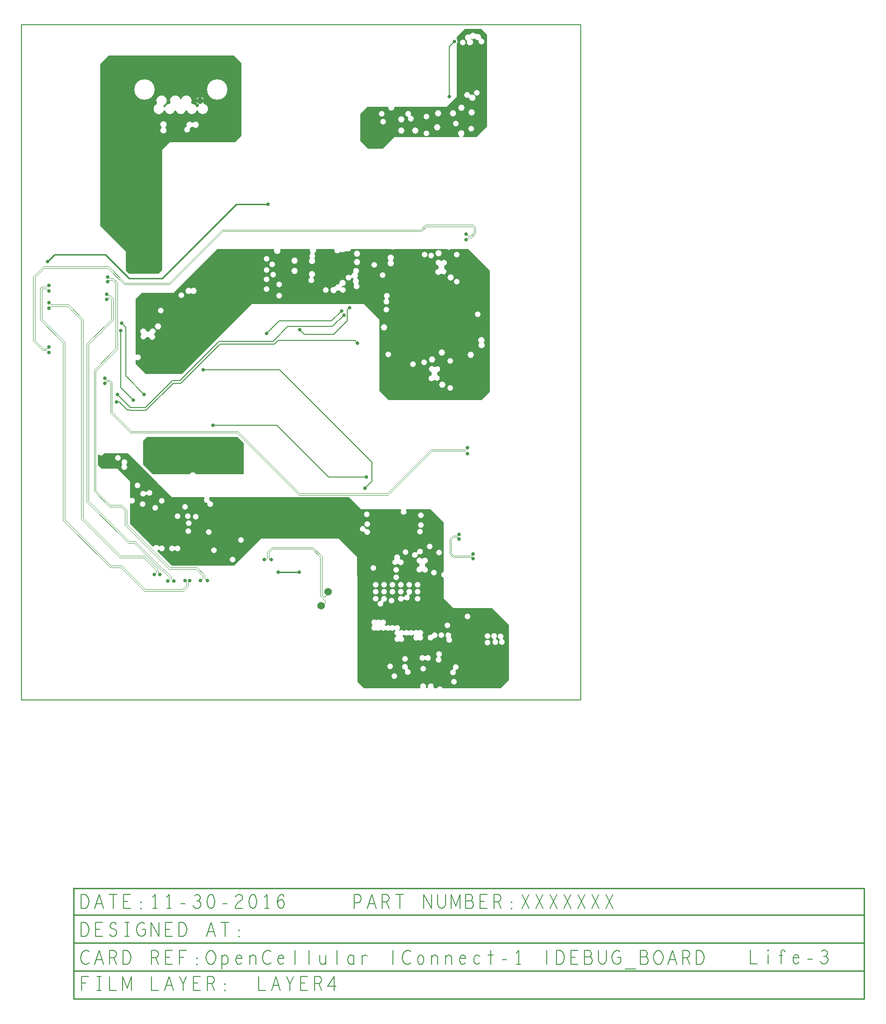
<source format=gbr>
G04 ================== begin FILE IDENTIFICATION RECORD ==================*
G04 Layout Name:  D:/shamshu/Dburg/final/OC_Connect-1_DEBUG_Life-3_final.brd*
G04 Film Name:    L4S.gbr*
G04 File Format:  Gerber RS274X*
G04 File Origin:  Cadence Allegro 16.6-2015-S060*
G04 Origin Date:  Thu Dec 01 02:08:26 2016*
G04 *
G04 Layer:  VIA CLASS/L4_SIG2*
G04 Layer:  PIN/L4_SIG2*
G04 Layer:  ETCH/L4_SIG2*
G04 Layer:  DRAWING FORMAT/L4*
G04 Layer:  DRAWING FORMAT/FILM_LABEL_OUTLINE*
G04 Layer:  BOARD GEOMETRY/OUTLINE*
G04 *
G04 Offset:    (0.000 0.000)*
G04 Mirror:    No*
G04 Mode:      Positive*
G04 Rotation:  0*
G04 FullContactRelief:  No*
G04 UndefLineWidth:     6.000*
G04 ================== end FILE IDENTIFICATION RECORD ====================*
%FSLAX25Y25*MOIN*%
%IR0*IPPOS*OFA0.00000B0.00000*MIA0B0*SFA1.00000B1.00000*%
%ADD10C,.026*%
%ADD12C,.054*%
%ADD11C,.047244*%
%ADD13C,.0044*%
%ADD14C,.0056*%
%ADD15C,.00395*%
%ADD16C,.01*%
%ADD17C,.02*%
%ADD18C,.006*%
%ADD21C,.146114*%
%ADD19C,.042004*%
%ADD20C,.046004*%
G75*
%LPD*%
G75*
G36*
G01X97942Y107322D02*
G02X98572Y107242I284J-281D01*
G03X98894Y109778I1815J1058D01*
G02X98264Y109858I-284J281D01*
G03X94553Y109702I-1815J-1058D01*
G02X93909Y109591I-361J172D01*
G01X77500Y126000D01*
Y140255D01*
G02X78076Y140614I400J0D01*
G03Y144386I924J1886D01*
G02X77500Y144745I-176J359D01*
G01Y156500D01*
X68500Y165500D01*
X57000D01*
X54500Y168000D01*
Y175000D01*
X54843Y175343D01*
G02X55406Y175345I283J-283D01*
G03X58916Y176347I1470J1500D01*
G01X58954Y176500D01*
X76000D01*
X97447Y155053D01*
X97460Y154999D01*
G03X98999Y153460I2039J501D01*
G01X99053Y153447D01*
X107600Y144900D01*
X130500D01*
G02X130820Y144260I0J-400D01*
G03X132542Y140900I1680J-1260D01*
G02X132942Y140420I8J-400D01*
G03X134958Y142100I2058J-420D01*
G02X134558Y142580I-8J400D01*
G03X134180Y144260I-2058J420D01*
G02X134500Y144900I320J240D01*
G01X234118D01*
X242618Y136400D01*
X271259D01*
G02X271577Y135758I0J-400D01*
G03X274917I1670J-1273D01*
G02X275235Y136400I318J243D01*
G01X292418D01*
X301918Y126900D01*
Y91510D01*
G03Y87353I300J-2079D01*
G01Y72600D01*
X308818Y65700D01*
X336718D01*
X348718Y53700D01*
Y14400D01*
X342818Y8500D01*
X301137D01*
G03X297299I-1919J-853D01*
G01X295038D01*
G02X294667Y9049I0J400D01*
G03X290769I-1949J782D01*
G02X290398Y8500I-371J-149D01*
G01X289538D01*
G02X289167Y9049I0J400D01*
G03X285269I-1949J782D01*
G02X284898Y8500I-371J-149D01*
G01X244718D01*
X240318Y12900D01*
Y88100D01*
X239809Y88609D01*
Y102291D01*
X226700Y115400D01*
X171400D01*
X152000Y96000D01*
X107500D01*
X97241Y106259D01*
G02X97352Y106903I283J283D01*
G03X97942Y107322I-902J1897D01*
G37*
G36*
G01X262660Y214500D02*
X256015Y221146D01*
Y271985D01*
X245000Y283000D01*
X164500D01*
X114500Y233000D01*
X89000D01*
X81500Y240500D01*
Y242776D01*
G02X82111Y243115I400J0D01*
G03Y246685I1107J1785D01*
G02X81500Y247024I-211J340D01*
G01Y286500D01*
X86000Y291000D01*
X108500D01*
X140000Y322500D01*
X180410D01*
G02X180782Y321952I0J-400D01*
G03X185055I2137J-852D01*
G02X185426Y322500I372J148D01*
G01X205839D01*
G02X206221Y321982I0J-400D01*
G03X206805Y319661I2197J-682D01*
G02X206747Y319043I-281J-285D01*
G03X206232Y316048I1171J-1743D01*
G02X206186Y315519I-321J-238D01*
G03X209489Y315376I1582J-1669D01*
G02Y315906I299J265D01*
G03X209482Y318702I-1571J1394D01*
G02X209578Y319314I298J267D01*
G03X210615Y321982I-1160J1986D01*
G02X210997Y322500I382J118D01*
G01X214789D01*
G03X214847I29J2300D01*
G01X222477D01*
G03X223510Y322202I1136J2000D01*
G02X223880Y321706I-18J-400D01*
G03X227763Y320196I2038J-506D01*
G02X228367Y320316I351J-191D01*
G03X231700Y320778I1451J1784D01*
G02X232249Y320882I327J-230D01*
G03X235772Y322340I1269J1918D01*
G01X235805Y322500D01*
X264048D01*
G03X267352I1653J1600D01*
G01X303974D01*
G03X307462I1744J1500D01*
G01X319500D01*
X335000Y307000D01*
Y220500D01*
X329000Y214500D01*
X262660D01*
G37*
G36*
G01X76650Y304850D02*
X74500Y307000D01*
Y320850D01*
X56350Y339000D01*
Y454840D01*
X62168Y460659D01*
X152033D01*
X157250Y455441D01*
Y403020D01*
X152771Y398541D01*
X119385D01*
G03X117451I-967J-1864D01*
G01X105979D01*
X100650Y393212D01*
Y307350D01*
X98150Y304850D01*
X76650D01*
G37*
G36*
G01X94000Y161500D02*
X87000Y168500D01*
Y185500D01*
X89500Y188000D01*
X154500D01*
X159000Y183500D01*
Y162000D01*
X158500Y161500D01*
X124571D01*
G03X120428I-2071J-1000D01*
G01X94000D01*
G37*
G36*
G01X248100Y394100D02*
X242400Y399800D01*
Y418900D01*
X247700Y424200D01*
X261816D01*
G02X262214Y423756I0J-400D01*
G03X266786I2286J-256D01*
G02X267184Y424200I398J44D01*
G01X304200D01*
X311300Y431300D01*
Y468948D01*
G03Y472252I-1600J1652D01*
G01Y474200D01*
X316777Y479677D01*
X328923D01*
X332800Y475800D01*
Y409900D01*
X325300Y402400D01*
X316066D01*
G02X315834Y403126I0J400D01*
G03X313166I-1334J1874D01*
G02X312934Y402400I-232J-326D01*
G01X266600D01*
X258300Y394100D01*
X248100D01*
G37*
%LPC*%
G75*
G36*
G01X75000Y168530D02*
G03Y167970I286J-280D01*
G02X72000I-1500J-1470D01*
G03Y168530I-286J280D01*
G02X75000I1500J1470D01*
G37*
G36*
G01X246107Y122446D02*
G03X246624Y122105I398J41D01*
G02X245160Y119886I625J-2005D01*
G03X244643Y120227I-398J-41D01*
G02X246107Y122446I-625J2005D01*
G37*
G36*
G01X109951Y107022D02*
G03X109316I-317J-243D01*
G02Y109578I-1667J1277D01*
G03X109951I317J243D01*
G02Y107022I1667J-1278D01*
G37*
G36*
G01X270526Y101122D02*
G03X270942Y100558I363J-167D01*
G02X269489Y97284I276J-2082D01*
G03X268833Y97288I-329J-227D01*
G02X266497Y100506I-1715J1212D01*
G03X266737Y101066I-118J382D01*
G02X270526Y101122I1881J934D01*
G37*
G36*
G01X288869Y97529D02*
G03X288549Y97033I67J-394D01*
G02X288471Y95726I-2031J-533D01*
G03X288791Y95182I372J-147D01*
G02X286807Y91883I-272J-2082D01*
G03X286167Y91899I-326J-232D01*
G02X284216Y95278I-1649J1301D01*
G03X284536Y95806I-58J396D01*
G02X284514Y97128I1982J694D01*
G03X284210Y97640I-382J120D01*
G02X286290Y100971I408J2060D01*
G03X286914Y100955I318J242D01*
G02X288869Y97529I1604J-1355D01*
G37*
G36*
G01X295023Y44159D02*
G03X294548Y43894I-94J-389D01*
G02X293045Y46582I-1998J648D01*
G03X293520Y46848I94J389D01*
G02X295023Y44159I1998J-648D01*
G37*
G36*
G01X307029Y45136D02*
G03X307141Y44608I345J-203D01*
G02X304108Y43964I-1222J-1708D01*
G03X303996Y44492I-345J203D01*
G02X307029Y45136I1222J1708D01*
G37*
G36*
G01X341967Y42916D02*
G03X341823Y43556I-295J270D01*
G02X344169Y44084I795J1944D01*
G03X344313Y43444I295J-270D01*
G02X341967Y42916I-795J-1944D01*
G37*
G36*
G01X289038Y28740D02*
G03X288398I-320J-240D01*
G02Y31260I-1680J1260D01*
G03X289038I320J240D01*
G02Y28740I1680J-1260D01*
G37*
G36*
G01X299749Y30986D02*
G03X299693Y30327I196J-348D01*
G02X297334Y30530I-1327J-1628D01*
G03X297391Y31188I-196J348D01*
G02X299749Y30986I1327J1628D01*
G37*
G36*
G01X88988Y146824D02*
G02X88792Y148596I-1988J676D01*
G03X89512Y148676I341J209D01*
G02X89708Y146904I1988J-676D01*
G03X88988Y146824I-341J-209D01*
G37*
G36*
G01X283310Y103956D02*
G02X282337Y105422I-2076J-320D01*
G03X282942Y105824I210J340D01*
G02X283915Y104357I2076J320D01*
G03X283310Y103956I-210J-340D01*
G37*
G36*
G01X273334Y71712D02*
G02X272998Y73560I-2016J588D01*
G03X273702Y73688I320J240D01*
G02X275530Y75192I2016J-588D01*
G03X275786Y75864I-36J398D01*
G02X277506Y75208I1532J1436D01*
G03X277250Y74536I36J-398D01*
G02X274038Y71840I-1532J-1436D01*
G03X273334Y71712I-320J-240D01*
G37*
G36*
G01X258656Y69663D02*
G02X256964Y70938I-1938J-810D01*
G03X257380Y71490I47J397D01*
G02X259072Y70214I1938J810D01*
G03X258656Y69663I-47J-397D01*
G37*
G36*
G01X270088Y41908D02*
G02X267802Y45390I-1370J1592D01*
G03Y46110I-174J360D01*
G02X267218Y49470I916J1890D01*
G03Y50030I-286J280D01*
G02X267120Y50137I1500J1470D01*
G03X266816I-152J-130D01*
G02X263848Y49908I-1598J1363D01*
G03X263588I-130J-152D01*
G02X260748Y50000I-1370J1592D01*
G03X260188I-280J-286D01*
G02X257248I-1470J1500D01*
G03X256688I-280J-286D01*
G02X253848Y49908I-1470J1500D01*
G03X253588I-130J-152D01*
G02X250958Y53180I-1370J1592D01*
G03Y53820I-240J320D01*
G02X253588Y57092I1260J1680D01*
G03X253848I130J152D01*
G02X256688Y57000I1370J-1592D01*
G03X257248I280J286D01*
G02X259978Y53820I1470J-1500D01*
G03Y53180I240J-320D01*
G02X260188Y53000I-1260J-1680D01*
G03X260748I280J286D01*
G02X263588Y53092I1470J-1500D01*
G03X263848I130J152D01*
G02X266688Y53000I1370J-1592D01*
G03X267248I280J286D01*
G02X270081Y49902I1470J-1500D01*
G03Y49598I130J-152D01*
G02X270088Y49592I-1355J-1604D01*
G03X270348I130J152D01*
G02X273188Y49500I1370J-1592D01*
G03X273748I280J286D01*
G02X276688I1470J-1500D01*
G03X277248I280J286D01*
G02X280188I1470J-1500D01*
G03X280748I280J286D01*
G02X283588Y49592I1470J-1500D01*
G03X283849I130J152D01*
G02X286718Y46530I1370J-1592D01*
G03Y45970I286J-280D01*
G02X283849Y42908I-1500J-1470D01*
G03X283588I-130J-152D01*
G02X280718Y45970I-1370J1592D01*
G03Y46530I-286J280D01*
G02X280620Y46637I1500J1470D01*
G03X280316I-152J-130D01*
G02X277248Y46500I-1598J1363D01*
G03X276688I-280J-286D01*
G02X273748I-1470J1500D01*
G03X273188I-280J-286D01*
G02X272634Y46110I-1470J1500D01*
G03Y45390I174J-360D01*
G02X270348Y41908I-916J-1890D01*
G03X270088I-130J-152D01*
G37*
G36*
G01X339483Y43392D02*
G02X337481Y43020I-665J-1992D01*
G03X337353Y43708I-255J309D01*
G02X339355Y44080I665J1992D01*
G03X339483Y43392I255J-309D01*
G37*
G36*
G01X276363Y22095D02*
G02X274393Y21039I-145J-2095D01*
G03X274073Y21636I-348J198D01*
G02X276043Y22692I145J2095D01*
G03X276363Y22095I348J-198D01*
G37*
G36*
G01X310323Y20789D02*
G02X308433Y21755I-1770J-1130D01*
G03X308748Y22370I-23J399D01*
G02X310637Y21403I1770J1130D01*
G03X310323Y20789I23J-399D01*
G37*
G36*
G01X265561Y314447D02*
G03Y313853I268J-297D01*
G02X262475I-1543J-1706D01*
G03Y314447I-268J297D01*
G02X265561I1543J1706D01*
G37*
G36*
G01X302117Y308755D02*
G03X302405Y308243I381J-123D01*
G02X300356Y304796I-487J-2043D01*
G03X299724Y304748I-297J-267D01*
G02X297851Y307997I-1756J1152D01*
G03X298195Y308557I-22J399D01*
G02X298114Y310028I1924J843D01*
G03X297810Y310540I-382J120D01*
G02X299890Y313871I408J2060D01*
G03X300514Y313855I318J242D01*
G02X302469Y310429I1604J-1355D01*
G03X302149Y309933I67J-394D01*
G02X302117Y308755I-2031J-533D01*
G37*
G36*
G01X208677Y302309D02*
G03X208585Y301640I167J-364D01*
G02X206260Y301902I-1358J-1602D01*
G03X206319Y302575I-184J355D01*
G02X208677Y302309I1400J1825D01*
G37*
G36*
G01X225926Y292677D02*
G03X225438Y292396I-103J-387D01*
G02X223810Y295223I-2219J604D01*
G03X224299Y295504I103J387D01*
G02X226905Y297168I2219J-604D01*
G03X227364Y297642I67J394D01*
G02X229231Y295832I2254J458D01*
G03X228772Y295358I-67J-394D01*
G02X228796Y295220I-2254J-460D01*
G03X229066Y295061I198J28D01*
G02X227812Y292477I752J-1961D01*
G03X227295Y292735I-382J-119D01*
G02X225926Y292677I-777J2165D01*
G37*
G36*
G01X121404Y290763D02*
G03X121132I-136J-147D01*
G02Y294137I-1564J1687D01*
G03X121404I136J147D01*
G02Y290763I1564J-1687D01*
G37*
G36*
G01X91448Y259149D02*
G03X90952Y259469I-394J-67D01*
G02X89695Y259528I-533J2031D01*
G03X89167Y259240I-138J-376D01*
G02X85712Y261260I-2049J460D01*
G03X85696Y261868I-268J297D01*
G02X89100Y263772I1322J1632D01*
G03X89644Y263452I397J52D01*
G02X91192I774J-1952D01*
G03X91736Y263772I147J372D01*
G02X94943Y261726I2082J-273D01*
G03X94895Y261086I214J-338D01*
G02X91448Y259149I-1376J-1586D01*
G37*
G36*
G01X330618Y255623D02*
G03X330626Y255345I148J-135D01*
G02X327319Y255250I-1608J-1645D01*
G03X327311Y255528I-148J135D01*
G02X330618Y255623I1608J1645D01*
G37*
G36*
G01X297317Y232755D02*
G03X297605Y232243I381J-123D01*
G02X295556Y228796I-487J-2043D01*
G03X294924Y228748I-297J-267D01*
G02X293051Y231997I-1756J1152D01*
G03X293395Y232557I-22J399D01*
G02X293314Y234028I1924J843D01*
G03X293010Y234540I-382J120D01*
G02X295090Y237871I408J2060D01*
G03X295714Y237855I318J242D01*
G02X297669Y234429I1604J-1355D01*
G03X297349Y233933I67J-394D01*
G02X297317Y232755I-2031J-533D01*
G37*
G36*
G01X240970Y297308D02*
G02X237880Y296878I-1352J-1608D01*
G03X237781Y297428I-331J224D01*
G02X237397Y300826I1337J1872D01*
G03X237278Y301448I-299J265D01*
G02X236660Y301906I1040J2052D01*
G03X235974Y301672I-288J-277D01*
G02X235347Y303409I-2088J228D01*
G03X236024Y303668I278J287D01*
G02X237197Y305509I2294J-168D01*
G03X237373Y306009I-195J349D01*
G02X240497Y305062I1945J791D01*
G03X240365Y304548I225J-331D01*
G02X240039Y301974I-2047J-1049D01*
G03X240158Y301352I299J-265D01*
G02X240915Y297864I-1040J-2052D01*
G03X240970Y297308I312J-250D01*
G37*
G36*
G01X262229Y286393D02*
G02X259965Y286535I-1242J-1693D01*
G03X260007Y287207I-195J349D01*
G02X262271Y287065I1242J1693D01*
G03X262229Y286393I195J-349D01*
G37*
G36*
G01X117883Y409708D02*
G03X118145Y410259I-102J387D01*
G02X122070Y412602I2096J947D01*
G03X122706I318J243D01*
G02Y409810I1828J-1396D01*
G03X122070I-318J-243D01*
G02X120682Y408948I-1828J1396D01*
G03X120384Y408415I77J-393D01*
G02X117883Y409708I-1966J-738D01*
G37*
G36*
G01X102953Y409615D02*
G03Y408979I243J-318D01*
G02X100161I-1396J-1828D01*
G03Y409615I-243J318D01*
G02X102953I1396J1828D01*
G37*
G36*
G01X101729Y421281D02*
G02X96690Y425962I-3559J1221D01*
G03X96879Y426529I-157J368D01*
G02X101619Y424949I3260J1879D01*
G03X101430Y424381I157J-368D01*
G02X101729Y423724I-3260J-1879D01*
G03X102485I378J130D01*
G02X106187Y426262I3559J-1221D01*
G03X106566Y426830I15J400D01*
G02X113540Y429629I3415J1578D01*
G03X114296I378J130D01*
G02X121270Y426830I3559J-1221D01*
G03X121649Y426262I363J-168D01*
G02X125351Y423724I143J-3760D01*
G03X126107I378J130D01*
G02X126906Y425060I3559J-1221D01*
G03X126746Y425708I-293J272D01*
G02X130079Y426820I952J2699D01*
G03X130340Y426204I333J-222D01*
G02X126107Y421281I-674J-3702D01*
G03X125351I-378J-130D01*
G02X118233I-3559J1221D01*
G03X117477I-378J-130D01*
G02X110359I-3559J1221D01*
G03X109603I-378J-130D01*
G02X102485I-3559J1221D01*
G03X101729I-378J-130D01*
G37*
G36*
G01X318569Y471066D02*
G03X318460Y471326I-185J75D01*
G02X320312Y475536I882J2124D01*
G03X320839Y475721I168J363D01*
G02X324841Y475934I2061J-1021D01*
G03X325113Y475870I169J107D01*
G02X328521Y473302I1187J-1970D01*
G03X328922Y472799I386J-104D01*
G02X326944Y471130I78J-2099D01*
G03X326515Y471610I-392J82D01*
G02X324359Y472666I-215J2290D01*
G03X324087Y472730I-169J-107D01*
G02X321764Y472700I-1187J1970D01*
G03X321480Y472600I-99J-174D01*
G02X321474Y472584I-2137J851D01*
G03X321582Y472324I185J-75D01*
G02X318569Y471066I-882J-2124D01*
G37*
G36*
G01X320773Y432838D02*
G03X321350Y432547I395J64D01*
G02X320113Y430257I1050J-2047D01*
G03X319552Y430581I-398J-42D01*
G02X320773Y432838I-853J1919D01*
G37*
G36*
G01X278375Y418150D02*
G03X278690Y417585I363J-168D01*
G02X276531Y416382I-253J-2085D01*
G03X276216Y416947I-363J168D01*
G02X278375Y418150I253J2085D01*
G37*
G54D21*
X88052Y436282D03*
X139784D03*
G54D19*
X69000Y173000D03*
X83000Y153500D03*
X111618Y131282D03*
X117000Y138000D03*
X156874Y114500D03*
X134000Y120000D03*
X124500Y131000D03*
X119168Y120750D03*
X119518Y126300D03*
X86500Y140000D03*
X100118Y142500D03*
X95500Y137500D03*
X137500Y107000D03*
X151000Y100500D03*
X119000Y131500D03*
X300218Y46500D03*
X266718Y16968D03*
X263550Y24000D03*
X287218Y22500D03*
X283318Y72300D03*
X253318D03*
X264718Y70987D03*
X274218Y29500D03*
X304618Y53300D03*
X247250Y125700D03*
X251571Y94500D03*
X246950Y132800D03*
X274718Y105613D03*
X298518Y105513D03*
X285618Y125200D03*
X285589Y131916D03*
X267850Y93200D03*
Y87700D03*
X283318Y77300D03*
X271318D03*
X265318D03*
X259318D03*
X253318D03*
X283318Y82300D03*
X277318D03*
X271318D03*
X265318D03*
X259318D03*
X253318D03*
X295018Y91044D03*
X292018Y109600D03*
X285000Y120500D03*
X333418Y41000D03*
X333118Y45600D03*
X318818Y59700D03*
X309218Y13032D03*
X114418Y289500D03*
X99500Y278300D03*
X184150Y289200D03*
X175250Y293800D03*
X217718Y293000D03*
X184250Y297200D03*
X175250Y300600D03*
Y307400D03*
Y315400D03*
X179835Y303906D03*
X179401Y311265D03*
X260887Y278900D03*
X262174Y247000D03*
X280018Y240100D03*
X287918Y241500D03*
X258318Y303778D03*
X288418Y318368D03*
X293018Y317600D03*
X252218Y311000D03*
X306718Y223132D03*
X326118Y275800D03*
X306718Y242469D03*
X311418Y299132D03*
Y318468D03*
X257532Y418969D03*
X289563Y405000D03*
X289500Y417000D03*
X258500Y413500D03*
X310706Y412000D03*
X321468Y408532D03*
X325776Y434100D03*
X315700Y470100D03*
G54D20*
X97718Y266900D03*
X195318Y313900D03*
X195118Y306700D03*
X293581Y243300D03*
X300618Y248300D03*
X301018Y225400D03*
X259418Y266500D03*
X298281Y319300D03*
X239818Y312950D03*
X239918Y319000D03*
X321318Y246700D03*
X306918Y302200D03*
X297294Y409500D03*
X271500Y407000D03*
Y415000D03*
X281668Y407000D03*
X298000Y419500D03*
X308500D03*
X322000Y420000D03*
X314500Y423500D03*
%LPD*%
G75*
G54D10*
X79950Y214500D03*
X68000Y213000D03*
X57500Y169500D03*
Y173000D03*
X68500Y218500D03*
X19500Y279900D03*
Y283900D03*
X61000Y286500D03*
Y290000D03*
X19500Y292500D03*
Y296500D03*
Y248500D03*
X59500Y226500D03*
X19500Y252500D03*
X59500Y230000D03*
X71000Y264000D03*
X71500Y269500D03*
X61500Y299000D03*
Y302500D03*
X18500Y313500D03*
X78518Y306800D03*
X84418Y307100D03*
X84218Y312700D03*
X78418Y312500D03*
X94798Y89700D03*
X98938D03*
X104600Y85000D03*
X109034Y85200D03*
X116917Y85299D03*
X120333D03*
X127917D03*
X132800Y85300D03*
X87618Y218500D03*
X137000Y196500D03*
X89500Y178000D03*
X94500D03*
Y183000D03*
X129418Y173000D03*
X134418D03*
X154418D03*
X149418D03*
X144418D03*
X139418D03*
X89500Y183000D03*
X99418Y242932D03*
X93918D03*
X87718Y245200D03*
X130000Y236000D03*
X89818Y307100D03*
X89418Y312500D03*
X198718Y91532D03*
X183718D03*
X178718Y100442D03*
X173718D03*
X230718Y275200D03*
X228950Y278104D03*
X175418Y262000D03*
X199018Y264700D03*
X176118Y354500D03*
X253718Y41000D03*
X268718Y36500D03*
X265718D03*
X262718D03*
X271718D03*
X259718Y41000D03*
X262718D03*
X265718D03*
X256718D03*
X253718Y36500D03*
X256718D03*
X259718D03*
X254218Y29500D03*
X257218D03*
X260218D03*
X263550D03*
X245518Y151500D03*
X246518Y159500D03*
X276550Y224300D03*
Y229800D03*
X279218Y235200D03*
X240318Y255100D03*
X234500Y280500D03*
X281250Y300300D03*
Y305800D03*
X283918Y311200D03*
X246000Y405132D03*
Y410131D03*
X250700Y397300D03*
X246000Y415131D03*
X306095Y431300D03*
X331918Y31900D03*
X336318Y32100D03*
X342118D03*
X341918Y26300D03*
X335718D03*
X330218Y26200D03*
X317918Y26300D03*
X324718Y26600D03*
X322818Y100900D03*
X313038Y118500D03*
X322818Y104300D03*
X313038Y115100D03*
X318918Y176100D03*
Y180400D03*
X318017Y329199D03*
X317916Y332894D03*
X310032Y426800D03*
X320500Y478100D03*
X309700Y470600D03*
G54D11*
X127698Y428408D03*
G54D12*
X214218Y67500D03*
X219218Y77500D03*
G54D13*
G01X318017Y329199D02*
X319315Y330496D01*
X321552D01*
X324600Y333544D01*
Y337956D01*
X322956Y339600D01*
X289044D01*
X285444Y336000D01*
X143444D01*
X105444Y298000D01*
X74056D01*
X62176Y309880D01*
X15824D01*
X8400Y302456D01*
Y256544D01*
X14994Y249950D01*
X18050D01*
X19500Y248500D01*
G01Y252500D02*
X18050Y251050D01*
X15450D01*
X9500Y257000D01*
Y302000D01*
X16280Y308780D01*
X61720D01*
X73600Y296900D01*
X105900D01*
X143900Y334900D01*
X285900D01*
X289500Y338500D01*
X322500D01*
X323500Y337500D01*
Y334000D01*
X321096Y331596D01*
X319315D01*
X318017Y332894D01*
X317916D01*
G01X318918Y176100D02*
X317018Y178000D01*
X293500D01*
X262000Y146500D01*
X198500D01*
X154000Y191000D01*
X78000D01*
X63500Y205500D01*
Y226700D01*
X62500Y227700D01*
X60700D01*
X59500Y226500D01*
G01X318918Y180400D02*
X317618Y179100D01*
X293044D01*
X261544Y147600D01*
X198956D01*
X154456Y192100D01*
X78456D01*
X64600Y205956D01*
Y227156D01*
X62956Y228800D01*
X60700D01*
X59500Y230000D01*
G01X313038Y118500D02*
X312038Y117500D01*
X308518D01*
X306118Y115100D01*
Y104744D01*
X308762Y102100D01*
X321516D01*
X322716Y100900D01*
X322818D01*
G01Y104300D02*
Y103640D01*
X322378Y103200D01*
X309218D01*
X307218Y105200D01*
Y114644D01*
X308974Y116400D01*
X312140D01*
X313038Y115502D01*
Y115100D01*
G54D14*
G01X79950Y214500D02*
X71000Y223450D01*
Y264000D01*
G01X240318Y255100D02*
X238218Y257200D01*
X183700D01*
X181000Y254500D01*
X142000D01*
X114000Y226500D01*
X108500D01*
X89000Y207000D01*
X77500D01*
X77250Y207250D01*
X75750D01*
X70000Y213000D01*
X68000D01*
G01X71500Y269500D02*
X74500Y266500D01*
Y231618D01*
X87618Y218500D01*
G01X68500D02*
X78000Y209000D01*
X88500D01*
X108000Y228500D01*
X113400D01*
X141400Y256500D01*
X180000D01*
X190400Y266900D01*
X222418D01*
X230718Y275200D01*
G01X137000Y196500D02*
X182500D01*
X219500Y159500D01*
X246518D01*
G01X130000Y236000D02*
X184500D01*
X250518Y169982D01*
Y156500D01*
X245518Y151500D01*
G01X228950Y278104D02*
X221746Y270900D01*
X184318D01*
X175418Y262000D01*
G01X234500Y280500D02*
X233000Y279000D01*
Y271182D01*
X223318Y261500D01*
X202218D01*
X199018Y264700D01*
G01X306095Y431300D02*
Y466995D01*
X309700Y470600D01*
G54D15*
G01X94798Y89700D02*
X96218Y91120D01*
Y92821D01*
X87436Y101602D01*
X70398D01*
X42500Y129500D01*
Y271662D01*
X32912Y281250D01*
X20850D01*
X19500Y279900D01*
G01X98938Y89700D02*
X97518Y91120D01*
Y93359D01*
X87975Y102903D01*
X70936D01*
X43800Y130039D01*
Y272200D01*
X33450Y282550D01*
X20850D01*
X19500Y283900D01*
G01X61000Y286500D02*
X62100Y287600D01*
X63062D01*
X64200Y286461D01*
Y272200D01*
X46700Y254700D01*
Y141800D01*
X76500Y112000D01*
X80850D01*
X100845Y92005D01*
X101338D01*
X106000Y87343D01*
Y86532D01*
X104600Y85000D01*
G01X61000Y290000D02*
X62100Y288900D01*
X63600D01*
X65500Y287000D01*
Y271662D01*
X48000Y254161D01*
Y142338D01*
X77038Y113300D01*
X81389D01*
X101384Y93305D01*
X101876D01*
X107300Y87881D01*
Y86784D01*
X109034Y85200D01*
G01X19500Y292500D02*
X18000Y294000D01*
X14895D01*
X14500Y293605D01*
Y272500D01*
X31000Y256000D01*
Y129000D01*
X64000Y96000D01*
X71500D01*
X88500Y79000D01*
X115064D01*
X117975Y81911D01*
Y84242D01*
X116917Y85299D01*
G01X120333D02*
X119275Y84242D01*
Y81373D01*
X115603Y77700D01*
X87962D01*
X70962Y94700D01*
X63462D01*
X29700Y128462D01*
Y255461D01*
X13200Y271961D01*
Y294144D01*
X14356Y295300D01*
X18300D01*
X19500Y296500D01*
G01X61500Y299000D02*
X62600Y300100D01*
X64930D01*
X67400Y297631D01*
Y251338D01*
X51781Y235719D01*
Y149219D01*
X62900Y138100D01*
X71223D01*
X74000Y135323D01*
Y125162D01*
X105762Y93400D01*
X124970D01*
X129708Y88662D01*
Y87091D01*
X127917Y85299D01*
G01X61500Y302500D02*
X62600Y301400D01*
X65469D01*
X68700Y298169D01*
Y250800D01*
X53081Y235181D01*
Y149758D01*
X63438Y139400D01*
X71762D01*
X75300Y135862D01*
Y125700D01*
X106300Y94700D01*
X125508D01*
X131008Y89200D01*
Y87091D01*
X132800Y85300D01*
G01X214218Y67500D02*
X216618Y68300D01*
X217427Y69917D01*
Y70591D01*
X213570Y74448D01*
Y102110D01*
X207780Y107900D01*
X179557D01*
X176868Y105212D01*
Y101350D01*
X177776Y100442D01*
X178718D01*
G01X219218Y77500D02*
X219338Y77140D01*
X218374Y75213D01*
X216962Y73800D01*
X216057D01*
X214870Y74986D01*
Y102648D01*
X208318Y109200D01*
X179018D01*
X175568Y105750D01*
Y101350D01*
X174660Y100442D01*
X173718D01*
G54D16*
G01X37218Y-193700D02*
X602518D01*
G01X37218Y-213700D02*
X602718D01*
Y-134771D01*
G01X37218Y-173700D02*
X602718D01*
G01X37218Y-153700D02*
X602618D01*
G01X37218Y-134300D02*
Y-213700D01*
G01Y-134500D02*
X602718D01*
G01X176118Y354500D02*
X153500D01*
X100500Y301500D01*
X77000D01*
X60000Y318500D01*
X23500D01*
X18500Y313500D01*
G01X183718Y91532D02*
X198718D01*
G54D17*
G01X127698Y428408D02*
Y431470D01*
G01X124635Y428408D02*
X127698D01*
G01D02*
X130760D01*
G54D18*
G01X0Y0D02*
X400000D01*
Y482677D01*
X0D01*
Y0D01*
G01X42718Y-149000D02*
Y-139000D01*
X45218D01*
X46218Y-139500D01*
X46968Y-140167D01*
X47593Y-141166D01*
X48093Y-142334D01*
X48218Y-144000D01*
X48093Y-145667D01*
X47593Y-146834D01*
X46968Y-147834D01*
X46218Y-148500D01*
X45218Y-149000D01*
X42718D01*
G01X52343D02*
X55468Y-139000D01*
X58593Y-149000D01*
G01X57468Y-145500D02*
X53468D01*
G01X65468Y-139000D02*
Y-149000D01*
G01X62593Y-139000D02*
X68343D01*
G01X77968Y-149000D02*
X72968D01*
Y-139000D01*
X77968D01*
G01X75968Y-143833D02*
X72968D01*
G01X85468Y-149333D02*
X85218Y-149167D01*
Y-148833D01*
X85468Y-148667D01*
X85718Y-148833D01*
Y-149167D01*
X85468Y-149333D01*
G01Y-144834D02*
X85218Y-144667D01*
Y-144333D01*
X85468Y-144167D01*
X85718Y-144333D01*
Y-144667D01*
X85468Y-144834D01*
G01X95468Y-149000D02*
Y-139000D01*
X93968Y-141000D01*
G01Y-149000D02*
X96968D01*
G01X105468D02*
Y-139000D01*
X103968Y-141000D01*
G01Y-149000D02*
X106968D01*
G01X113843Y-145667D02*
X117093D01*
G01X122718Y-147000D02*
X123468Y-148167D01*
X124468Y-148833D01*
X125593Y-149000D01*
X126593Y-148833D01*
X127593Y-148000D01*
X128218Y-147000D01*
X128343Y-146000D01*
X128093Y-144834D01*
X127218Y-144000D01*
X126343Y-143667D01*
X125218D01*
G01X126343D02*
X127093Y-143167D01*
X127718Y-142334D01*
X127968Y-141333D01*
X127718Y-140333D01*
X127093Y-139500D01*
X125968Y-139000D01*
X124843Y-139167D01*
X123718Y-139834D01*
G01X135468Y-139000D02*
X134468Y-139333D01*
X133718Y-140167D01*
X133218Y-141166D01*
X132843Y-142500D01*
X132718Y-144000D01*
X132843Y-145500D01*
X133218Y-146834D01*
X133718Y-147834D01*
X134468Y-148667D01*
X135468Y-149000D01*
X136468Y-148667D01*
X137218Y-147834D01*
X137718Y-146834D01*
X138093Y-145500D01*
X138218Y-144000D01*
X138093Y-142500D01*
X137718Y-141166D01*
X137218Y-140167D01*
X136468Y-139333D01*
X135468Y-139000D01*
G01X143843Y-145667D02*
X147093D01*
G01X153093Y-140667D02*
X153843Y-139667D01*
X154718Y-139167D01*
X155718Y-139000D01*
X156968Y-139333D01*
X157843Y-140167D01*
X158093Y-141166D01*
X157968Y-142167D01*
X157468Y-143000D01*
X154968Y-144667D01*
X153843Y-145833D01*
X153093Y-147500D01*
X152843Y-149000D01*
X158093D01*
G01X165468Y-139000D02*
X164468Y-139333D01*
X163718Y-140167D01*
X163218Y-141166D01*
X162843Y-142500D01*
X162718Y-144000D01*
X162843Y-145500D01*
X163218Y-146834D01*
X163718Y-147834D01*
X164468Y-148667D01*
X165468Y-149000D01*
X166468Y-148667D01*
X167218Y-147834D01*
X167718Y-146834D01*
X168093Y-145500D01*
X168218Y-144000D01*
X168093Y-142500D01*
X167718Y-141166D01*
X167218Y-140167D01*
X166468Y-139333D01*
X165468Y-139000D01*
G01X175468Y-149000D02*
Y-139000D01*
X173968Y-141000D01*
G01Y-149000D02*
X176968D01*
G01X183093Y-144834D02*
X183968Y-143667D01*
X184718Y-143000D01*
X185718Y-142667D01*
X186593Y-143000D01*
X187218Y-143667D01*
X187718Y-144667D01*
X187843Y-145833D01*
X187718Y-146834D01*
X187218Y-147834D01*
X186468Y-148667D01*
X185593Y-149000D01*
X184593Y-148667D01*
X183718Y-147667D01*
X183218Y-146167D01*
X183093Y-144500D01*
X183343Y-142334D01*
X183718Y-141166D01*
X184343Y-140000D01*
X185218Y-139167D01*
X186093Y-139000D01*
X186968Y-139333D01*
X187593Y-140167D01*
G01X42718Y-169000D02*
Y-159000D01*
X45218D01*
X46218Y-159500D01*
X46968Y-160167D01*
X47593Y-161166D01*
X48093Y-162334D01*
X48218Y-164000D01*
X48093Y-165667D01*
X47593Y-166834D01*
X46968Y-167834D01*
X46218Y-168500D01*
X45218Y-169000D01*
X42718D01*
G01X57968D02*
X52968D01*
Y-159000D01*
X57968D01*
G01X55968Y-163833D02*
X52968D01*
G01X62843Y-167667D02*
X63843Y-168500D01*
X64968Y-169000D01*
X65968D01*
X66968Y-168500D01*
X67718Y-167667D01*
X68093Y-166500D01*
X67843Y-165334D01*
X67218Y-164333D01*
X66093Y-163667D01*
X64593Y-163333D01*
X63718Y-162667D01*
X63343Y-161500D01*
X63593Y-160333D01*
X64218Y-159500D01*
X65093Y-159000D01*
X65968D01*
X66843Y-159333D01*
X67593Y-160167D01*
G01X73968Y-159000D02*
X76968D01*
G01X75468D02*
Y-169000D01*
G01X73968D02*
X76968D01*
G01X86218Y-164000D02*
X88718D01*
Y-167000D01*
X87968Y-168000D01*
X87093Y-168667D01*
X85843Y-169000D01*
X84593Y-168667D01*
X83718Y-168000D01*
X82968Y-167000D01*
X82468Y-165833D01*
X82218Y-164500D01*
Y-163333D01*
X82468Y-162334D01*
X82968Y-161166D01*
X83718Y-160167D01*
X84468Y-159500D01*
X85468Y-159000D01*
X86343D01*
X87343Y-159333D01*
X88093Y-160000D01*
G01X92593Y-169000D02*
Y-159000D01*
X98343Y-169000D01*
Y-159000D01*
G01X107968Y-169000D02*
X102968D01*
Y-159000D01*
X107968D01*
G01X105968Y-163833D02*
X102968D01*
G01X112718Y-169000D02*
Y-159000D01*
X115218D01*
X116218Y-159500D01*
X116968Y-160167D01*
X117593Y-161166D01*
X118093Y-162334D01*
X118218Y-164000D01*
X118093Y-165667D01*
X117593Y-166834D01*
X116968Y-167834D01*
X116218Y-168500D01*
X115218Y-169000D01*
X112718D01*
G01X132343D02*
X135468Y-159000D01*
X138593Y-169000D01*
G01X137468Y-165500D02*
X133468D01*
G01X145468Y-159000D02*
Y-169000D01*
G01X142593Y-159000D02*
X148343D01*
G01X155468Y-169333D02*
X155218Y-169167D01*
Y-168833D01*
X155468Y-168667D01*
X155718Y-168833D01*
Y-169167D01*
X155468Y-169333D01*
G01Y-164834D02*
X155218Y-164667D01*
Y-164333D01*
X155468Y-164167D01*
X155718Y-164333D01*
Y-164667D01*
X155468Y-164834D01*
G01X43093Y-207500D02*
Y-197500D01*
X47843D01*
G01X46093Y-202333D02*
X43093D01*
G01X53968Y-197500D02*
X56968D01*
G01X55468D02*
Y-207500D01*
G01X53968D02*
X56968D01*
G01X62968Y-197500D02*
Y-207500D01*
X67968D01*
G01X72218D02*
Y-197500D01*
X75468Y-205833D01*
X78718Y-197500D01*
Y-207500D01*
G01X92968Y-197500D02*
Y-207500D01*
X97968D01*
G01X102343D02*
X105468Y-197500D01*
X108593Y-207500D01*
G01X107468Y-204000D02*
X103468D01*
G01X115468Y-207500D02*
Y-203000D01*
X112968Y-197500D01*
G01X117968D02*
X115468Y-203000D01*
G01X127968Y-207500D02*
X122968D01*
Y-197500D01*
X127968D01*
G01X125968Y-202333D02*
X122968D01*
G01X132968Y-207500D02*
Y-197500D01*
X136093D01*
X137093Y-198000D01*
X137718Y-198667D01*
X137968Y-200000D01*
X137718Y-201333D01*
X136968Y-202167D01*
X136093Y-202667D01*
X132968D01*
G01X136093D02*
X137968Y-207500D01*
G01X145468Y-207833D02*
X145218Y-207667D01*
Y-207333D01*
X145468Y-207167D01*
X145718Y-207333D01*
Y-207667D01*
X145468Y-207833D01*
G01Y-203334D02*
X145218Y-203167D01*
Y-202833D01*
X145468Y-202667D01*
X145718Y-202833D01*
Y-203167D01*
X145468Y-203334D01*
G01X48218Y-179834D02*
X47468Y-179333D01*
X46593Y-179000D01*
X45593D01*
X44468Y-179500D01*
X43593Y-180333D01*
X42968Y-181333D01*
X42468Y-183000D01*
X42343Y-184500D01*
X42593Y-186000D01*
X42968Y-187000D01*
X43718Y-188000D01*
X44593Y-188667D01*
X45468Y-189000D01*
X46343D01*
X47218Y-188667D01*
X47968Y-188167D01*
X48593Y-187500D01*
G01X52343Y-189000D02*
X55468Y-179000D01*
X58593Y-189000D01*
G01X57468Y-185500D02*
X53468D01*
G01X62968Y-189000D02*
Y-179000D01*
X66093D01*
X67093Y-179500D01*
X67718Y-180167D01*
X67968Y-181500D01*
X67718Y-182833D01*
X66968Y-183667D01*
X66093Y-184167D01*
X62968D01*
G01X66093D02*
X67968Y-189000D01*
G01X72718D02*
Y-179000D01*
X75218D01*
X76218Y-179500D01*
X76968Y-180167D01*
X77593Y-181166D01*
X78093Y-182334D01*
X78218Y-184000D01*
X78093Y-185667D01*
X77593Y-186834D01*
X76968Y-187834D01*
X76218Y-188500D01*
X75218Y-189000D01*
X72718D01*
G01X92968D02*
Y-179000D01*
X96093D01*
X97093Y-179500D01*
X97718Y-180167D01*
X97968Y-181500D01*
X97718Y-182833D01*
X96968Y-183667D01*
X96093Y-184167D01*
X92968D01*
G01X96093D02*
X97968Y-189000D01*
G01X107968D02*
X102968D01*
Y-179000D01*
X107968D01*
G01X105968Y-183833D02*
X102968D01*
G01X113093Y-189000D02*
Y-179000D01*
X117843D01*
G01X116093Y-183833D02*
X113093D01*
G01X125468Y-189333D02*
X125218Y-189167D01*
Y-188833D01*
X125468Y-188667D01*
X125718Y-188833D01*
Y-189167D01*
X125468Y-189333D01*
G01Y-184834D02*
X125218Y-184667D01*
Y-184333D01*
X125468Y-184167D01*
X125718Y-184333D01*
Y-184667D01*
X125468Y-184834D01*
G01X135468Y-189000D02*
X134468Y-188833D01*
X133593Y-188167D01*
X132843Y-187167D01*
X132343Y-186000D01*
X132093Y-184667D01*
Y-183333D01*
X132343Y-182000D01*
X132843Y-180833D01*
X133593Y-179834D01*
X134468Y-179167D01*
X135468Y-179000D01*
X136468Y-179167D01*
X137343Y-179834D01*
X138093Y-180833D01*
X138593Y-182000D01*
X138843Y-183333D01*
Y-184667D01*
X138593Y-186000D01*
X138093Y-187167D01*
X137343Y-188167D01*
X136468Y-188833D01*
X135468Y-189000D01*
G01X143218Y-192333D02*
Y-182334D01*
G01Y-183833D02*
X143843Y-183000D01*
X144468Y-182500D01*
X145468Y-182334D01*
X146343Y-182500D01*
X147218Y-183333D01*
X147593Y-184500D01*
X147718Y-185667D01*
X147593Y-186834D01*
X147218Y-188000D01*
X146468Y-188667D01*
X145468Y-189000D01*
X144593Y-188833D01*
X143718Y-188334D01*
X143218Y-187667D01*
G01X153593Y-184500D02*
X157593D01*
X157218Y-183333D01*
X156593Y-182667D01*
X155718Y-182334D01*
X154843Y-182500D01*
X154093Y-183000D01*
X153593Y-184167D01*
X153343Y-185167D01*
Y-186167D01*
X153593Y-187167D01*
X154218Y-188167D01*
X154968Y-188833D01*
X155843Y-189000D01*
X156718Y-188667D01*
X157593Y-187667D01*
G01X163343Y-189000D02*
Y-182334D01*
G01Y-184000D02*
X163843Y-183167D01*
X164593Y-182500D01*
X165593Y-182334D01*
X166468Y-182500D01*
X167218Y-183167D01*
X167593Y-184333D01*
Y-189000D01*
G01X178218Y-179834D02*
X177468Y-179333D01*
X176593Y-179000D01*
X175593D01*
X174468Y-179500D01*
X173593Y-180333D01*
X172968Y-181333D01*
X172468Y-183000D01*
X172343Y-184500D01*
X172593Y-186000D01*
X172968Y-187000D01*
X173718Y-188000D01*
X174593Y-188667D01*
X175468Y-189000D01*
X176343D01*
X177218Y-188667D01*
X177968Y-188167D01*
X178593Y-187500D01*
G01X183593Y-184500D02*
X187593D01*
X187218Y-183333D01*
X186593Y-182667D01*
X185718Y-182334D01*
X184843Y-182500D01*
X184093Y-183000D01*
X183593Y-184167D01*
X183343Y-185167D01*
Y-186167D01*
X183593Y-187167D01*
X184218Y-188167D01*
X184968Y-188833D01*
X185843Y-189000D01*
X186718Y-188667D01*
X187593Y-187667D01*
G01X195468Y-189000D02*
Y-179000D01*
G01X205468Y-189000D02*
Y-179000D01*
G01X213343Y-182334D02*
Y-187000D01*
X213843Y-188167D01*
X214593Y-188833D01*
X215468Y-189000D01*
X216343Y-188833D01*
X217093Y-188167D01*
X217593Y-187000D01*
G01Y-189000D02*
Y-182334D01*
G01X225468Y-189000D02*
Y-179000D01*
G01X237718Y-189000D02*
Y-182334D01*
G01Y-183500D02*
X237218Y-182833D01*
X236468Y-182500D01*
X235593Y-182334D01*
X234718Y-182667D01*
X233968Y-183333D01*
X233468Y-184333D01*
X233218Y-185667D01*
X233468Y-187000D01*
X233968Y-188000D01*
X234718Y-188667D01*
X235593Y-189000D01*
X236468Y-188833D01*
X237218Y-188334D01*
X237718Y-187667D01*
G01X243718Y-189000D02*
Y-182334D01*
G01Y-183667D02*
X244343Y-183000D01*
X244968Y-182500D01*
X245843Y-182334D01*
X246468Y-182500D01*
X247218Y-183000D01*
G01X265468Y-189000D02*
Y-179000D01*
G01X278218Y-179834D02*
X277468Y-179333D01*
X276593Y-179000D01*
X275593D01*
X274468Y-179500D01*
X273593Y-180333D01*
X272968Y-181333D01*
X272468Y-183000D01*
X272343Y-184500D01*
X272593Y-186000D01*
X272968Y-187000D01*
X273718Y-188000D01*
X274593Y-188667D01*
X275468Y-189000D01*
X276343D01*
X277218Y-188667D01*
X277968Y-188167D01*
X278593Y-187500D01*
G01X285468Y-189000D02*
X284718Y-188833D01*
X283968Y-188167D01*
X283468Y-187000D01*
X283218Y-185667D01*
X283468Y-184333D01*
X283968Y-183167D01*
X284718Y-182500D01*
X285468Y-182334D01*
X286218Y-182500D01*
X286968Y-183167D01*
X287468Y-184333D01*
X287593Y-185667D01*
X287468Y-187000D01*
X286968Y-188167D01*
X286218Y-188833D01*
X285468Y-189000D01*
G01X293343D02*
Y-182334D01*
G01Y-184000D02*
X293843Y-183167D01*
X294593Y-182500D01*
X295593Y-182334D01*
X296468Y-182500D01*
X297218Y-183167D01*
X297593Y-184333D01*
Y-189000D01*
G01X303343D02*
Y-182334D01*
G01Y-184000D02*
X303843Y-183167D01*
X304593Y-182500D01*
X305593Y-182334D01*
X306468Y-182500D01*
X307218Y-183167D01*
X307593Y-184333D01*
Y-189000D01*
G01X313593Y-184500D02*
X317593D01*
X317218Y-183333D01*
X316593Y-182667D01*
X315718Y-182334D01*
X314843Y-182500D01*
X314093Y-183000D01*
X313593Y-184167D01*
X313343Y-185167D01*
Y-186167D01*
X313593Y-187167D01*
X314218Y-188167D01*
X314968Y-188833D01*
X315843Y-189000D01*
X316718Y-188667D01*
X317593Y-187667D01*
G01X327468Y-183167D02*
X326593Y-182500D01*
X325843Y-182334D01*
X324843Y-182667D01*
X324093Y-183333D01*
X323593Y-184500D01*
X323468Y-185667D01*
X323593Y-186834D01*
X324093Y-187834D01*
X324843Y-188667D01*
X325843Y-189000D01*
X326718Y-188667D01*
X327468Y-188000D01*
G01X335468Y-179000D02*
Y-189000D01*
G01X333718Y-182334D02*
X337218D01*
G01X343843Y-185667D02*
X347093D01*
G01X355468Y-189000D02*
Y-179000D01*
X353968Y-181000D01*
G01Y-189000D02*
X356968D01*
G01X375468D02*
Y-179000D01*
G01X382718Y-189000D02*
Y-179000D01*
X385218D01*
X386218Y-179500D01*
X386968Y-180167D01*
X387593Y-181166D01*
X388093Y-182334D01*
X388218Y-184000D01*
X388093Y-185667D01*
X387593Y-186834D01*
X386968Y-187834D01*
X386218Y-188500D01*
X385218Y-189000D01*
X382718D01*
G01X397968D02*
X392968D01*
Y-179000D01*
X397968D01*
G01X395968Y-183833D02*
X392968D01*
G01X406468Y-183667D02*
X406968Y-183167D01*
X407343Y-182334D01*
X407593Y-181166D01*
X407343Y-180167D01*
X406843Y-179500D01*
X405968Y-179000D01*
X402593D01*
Y-189000D01*
X406718D01*
X407593Y-188334D01*
X408093Y-187333D01*
X408343Y-186167D01*
X408093Y-185000D01*
X407343Y-184000D01*
X406468Y-183667D01*
X402593D01*
G01X412718Y-179000D02*
Y-186167D01*
X413218Y-187667D01*
X414218Y-188667D01*
X415468Y-189000D01*
X416718Y-188667D01*
X417718Y-187667D01*
X418218Y-186167D01*
Y-179000D01*
G01X426218Y-184000D02*
X428718D01*
Y-187000D01*
X427968Y-188000D01*
X427093Y-188667D01*
X425843Y-189000D01*
X424593Y-188667D01*
X423718Y-188000D01*
X422968Y-187000D01*
X422468Y-185833D01*
X422218Y-184500D01*
Y-183333D01*
X422468Y-182334D01*
X422968Y-181166D01*
X423718Y-180167D01*
X424468Y-179500D01*
X425468Y-179000D01*
X426343D01*
X427343Y-179333D01*
X428093Y-180000D01*
G01X431718Y-192333D02*
X439218D01*
G01X446468Y-183667D02*
X446968Y-183167D01*
X447343Y-182334D01*
X447593Y-181166D01*
X447343Y-180167D01*
X446843Y-179500D01*
X445968Y-179000D01*
X442593D01*
Y-189000D01*
X446718D01*
X447593Y-188334D01*
X448093Y-187333D01*
X448343Y-186167D01*
X448093Y-185000D01*
X447343Y-184000D01*
X446468Y-183667D01*
X442593D01*
G01X455468Y-189000D02*
X454468Y-188833D01*
X453593Y-188167D01*
X452843Y-187167D01*
X452343Y-186000D01*
X452093Y-184667D01*
Y-183333D01*
X452343Y-182000D01*
X452843Y-180833D01*
X453593Y-179834D01*
X454468Y-179167D01*
X455468Y-179000D01*
X456468Y-179167D01*
X457343Y-179834D01*
X458093Y-180833D01*
X458593Y-182000D01*
X458843Y-183333D01*
Y-184667D01*
X458593Y-186000D01*
X458093Y-187167D01*
X457343Y-188167D01*
X456468Y-188833D01*
X455468Y-189000D01*
G01X462343D02*
X465468Y-179000D01*
X468593Y-189000D01*
G01X467468Y-185500D02*
X463468D01*
G01X472968Y-189000D02*
Y-179000D01*
X476093D01*
X477093Y-179500D01*
X477718Y-180167D01*
X477968Y-181500D01*
X477718Y-182833D01*
X476968Y-183667D01*
X476093Y-184167D01*
X472968D01*
G01X476093D02*
X477968Y-189000D01*
G01X482718D02*
Y-179000D01*
X485218D01*
X486218Y-179500D01*
X486968Y-180167D01*
X487593Y-181166D01*
X488093Y-182334D01*
X488218Y-184000D01*
X488093Y-185667D01*
X487593Y-186834D01*
X486968Y-187834D01*
X486218Y-188500D01*
X485218Y-189000D01*
X482718D01*
G01X169468Y-197500D02*
Y-207500D01*
X174468D01*
G01X178843D02*
X181968Y-197500D01*
X185093Y-207500D01*
G01X183968Y-204000D02*
X179968D01*
G01X191968Y-207500D02*
Y-203000D01*
X189468Y-197500D01*
G01X194468D02*
X191968Y-203000D01*
G01X204468Y-207500D02*
X199468D01*
Y-197500D01*
X204468D01*
G01X202468Y-202333D02*
X199468D01*
G01X209468Y-207500D02*
Y-197500D01*
X212593D01*
X213593Y-198000D01*
X214218Y-198667D01*
X214468Y-200000D01*
X214218Y-201333D01*
X213468Y-202167D01*
X212593Y-202667D01*
X209468D01*
G01X212593D02*
X214468Y-207500D01*
G01X223468D02*
Y-197500D01*
X218843Y-204667D01*
X225093D01*
G01X237968Y-149000D02*
Y-139000D01*
X240968D01*
X241968Y-139500D01*
X242718Y-140667D01*
X242968Y-142000D01*
X242718Y-143333D01*
X242093Y-144333D01*
X240968Y-144834D01*
X237968D01*
G01X247343Y-149000D02*
X250468Y-139000D01*
X253593Y-149000D01*
G01X252468Y-145500D02*
X248468D01*
G01X257968Y-149000D02*
Y-139000D01*
X261093D01*
X262093Y-139500D01*
X262718Y-140167D01*
X262968Y-141500D01*
X262718Y-142833D01*
X261968Y-143667D01*
X261093Y-144167D01*
X257968D01*
G01X261093D02*
X262968Y-149000D01*
G01X270468Y-139000D02*
Y-149000D01*
G01X267593Y-139000D02*
X273343D01*
G01X287593Y-149000D02*
Y-139000D01*
X293343Y-149000D01*
Y-139000D01*
G01X297718D02*
Y-146167D01*
X298218Y-147667D01*
X299218Y-148667D01*
X300468Y-149000D01*
X301718Y-148667D01*
X302718Y-147667D01*
X303218Y-146167D01*
Y-139000D01*
G01X307218Y-149000D02*
Y-139000D01*
X310468Y-147333D01*
X313718Y-139000D01*
Y-149000D01*
G01X321468Y-143667D02*
X321968Y-143167D01*
X322343Y-142334D01*
X322593Y-141166D01*
X322343Y-140167D01*
X321843Y-139500D01*
X320968Y-139000D01*
X317593D01*
Y-149000D01*
X321718D01*
X322593Y-148334D01*
X323093Y-147333D01*
X323343Y-146167D01*
X323093Y-145000D01*
X322343Y-144000D01*
X321468Y-143667D01*
X317593D01*
G01X332968Y-149000D02*
X327968D01*
Y-139000D01*
X332968D01*
G01X330968Y-143833D02*
X327968D01*
G01X337968Y-149000D02*
Y-139000D01*
X341093D01*
X342093Y-139500D01*
X342718Y-140167D01*
X342968Y-141500D01*
X342718Y-142833D01*
X341968Y-143667D01*
X341093Y-144167D01*
X337968D01*
G01X341093D02*
X342968Y-149000D01*
G01X350468Y-149333D02*
X350218Y-149167D01*
Y-148833D01*
X350468Y-148667D01*
X350718Y-148833D01*
Y-149167D01*
X350468Y-149333D01*
G01Y-144834D02*
X350218Y-144667D01*
Y-144333D01*
X350468Y-144167D01*
X350718Y-144333D01*
Y-144667D01*
X350468Y-144834D01*
G01X357843Y-149000D02*
X363093Y-139000D01*
G01X357843D02*
X363093Y-149000D01*
G01X367843D02*
X373093Y-139000D01*
G01X367843D02*
X373093Y-149000D01*
G01X377843D02*
X383093Y-139000D01*
G01X377843D02*
X383093Y-149000D01*
G01X387843D02*
X393093Y-139000D01*
G01X387843D02*
X393093Y-149000D01*
G01X397843D02*
X403093Y-139000D01*
G01X397843D02*
X403093Y-149000D01*
G01X407843D02*
X413093Y-139000D01*
G01X407843D02*
X413093Y-149000D01*
G01X417843D02*
X423093Y-139000D01*
G01X417843D02*
X423093Y-149000D01*
G01X521418Y-178733D02*
Y-188733D01*
X526418D01*
G01X533918Y-182067D02*
Y-188733D01*
G01Y-179400D02*
X533668Y-179234D01*
Y-178900D01*
X533918Y-178733D01*
X534168Y-178900D01*
Y-179234D01*
X533918Y-179400D01*
G01X543168Y-188733D02*
Y-180233D01*
X543418Y-179400D01*
X543918Y-178900D01*
X544668Y-178733D01*
X545418Y-179067D01*
X545793Y-179900D01*
G01X544293Y-182734D02*
X541793D01*
G01X552043Y-184233D02*
X556043D01*
X555668Y-183067D01*
X555043Y-182400D01*
X554168Y-182067D01*
X553293Y-182234D01*
X552543Y-182734D01*
X552043Y-183900D01*
X551793Y-184900D01*
Y-185900D01*
X552043Y-186900D01*
X552668Y-187900D01*
X553418Y-188567D01*
X554293Y-188733D01*
X555168Y-188400D01*
X556043Y-187400D01*
G01X562293Y-185400D02*
X565543D01*
G01X571168Y-186734D02*
X571918Y-187900D01*
X572918Y-188567D01*
X574043Y-188733D01*
X575043Y-188567D01*
X576043Y-187734D01*
X576668Y-186734D01*
X576793Y-185733D01*
X576543Y-184567D01*
X575668Y-183734D01*
X574793Y-183400D01*
X573668D01*
G01X574793D02*
X575543Y-182900D01*
X576168Y-182067D01*
X576418Y-181067D01*
X576168Y-180067D01*
X575543Y-179234D01*
X574418Y-178733D01*
X573293Y-178900D01*
X572168Y-179567D01*
M02*

</source>
